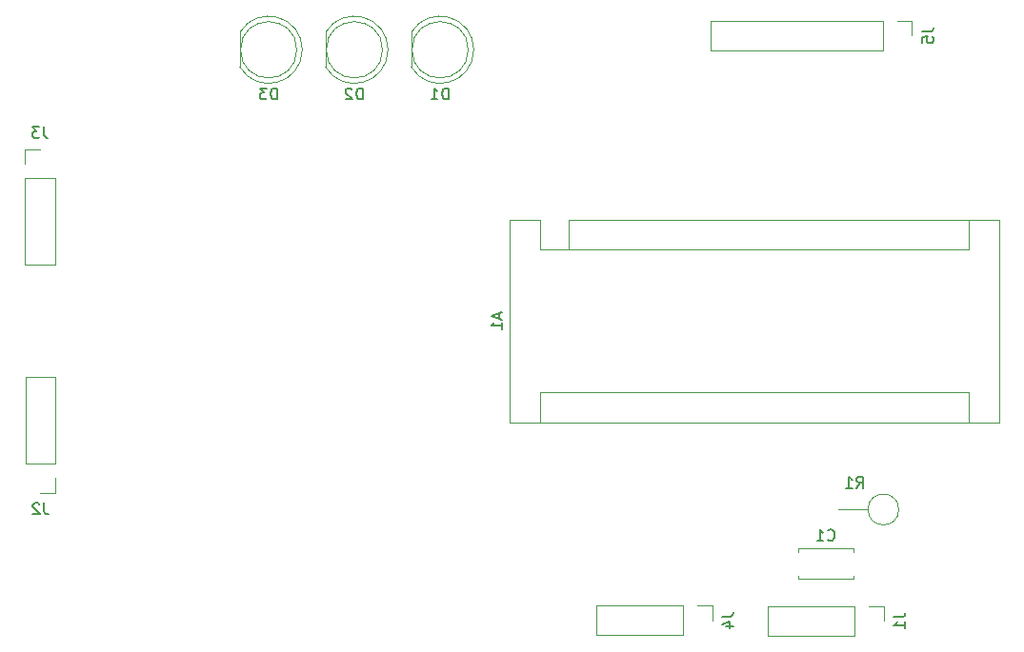
<source format=gbo>
%TF.GenerationSoftware,KiCad,Pcbnew,6.0.5-a6ca702e91~116~ubuntu20.04.1*%
%TF.CreationDate,2022-05-18T10:56:59+02:00*%
%TF.ProjectId,StationMeteo,53746174-696f-46e4-9d65-74656f2e6b69,rev?*%
%TF.SameCoordinates,PX21e9a40PY196f3b0*%
%TF.FileFunction,Legend,Bot*%
%TF.FilePolarity,Positive*%
%FSLAX46Y46*%
G04 Gerber Fmt 4.6, Leading zero omitted, Abs format (unit mm)*
G04 Created by KiCad (PCBNEW 6.0.5-a6ca702e91~116~ubuntu20.04.1) date 2022-05-18 10:56:59*
%MOMM*%
%LPD*%
G01*
G04 APERTURE LIST*
%ADD10C,0.150000*%
%ADD11C,0.120000*%
%ADD12C,3.500000*%
%ADD13R,1.700000X1.700000*%
%ADD14O,1.700000X1.700000*%
%ADD15R,1.800000X1.800000*%
%ADD16C,1.800000*%
%ADD17C,1.600000*%
%ADD18O,1.600000X1.600000*%
%ADD19R,1.600000X1.600000*%
G04 APERTURE END LIST*
D10*
%TO.C,J5*%
X87292380Y-3476666D02*
X88006666Y-3476666D01*
X88149523Y-3429047D01*
X88244761Y-3333809D01*
X88292380Y-3190952D01*
X88292380Y-3095714D01*
X87292380Y-4429047D02*
X87292380Y-3952857D01*
X87768571Y-3905238D01*
X87720952Y-3952857D01*
X87673333Y-4048095D01*
X87673333Y-4286190D01*
X87720952Y-4381428D01*
X87768571Y-4429047D01*
X87863809Y-4476666D01*
X88101904Y-4476666D01*
X88197142Y-4429047D01*
X88244761Y-4381428D01*
X88292380Y-4286190D01*
X88292380Y-4048095D01*
X88244761Y-3952857D01*
X88197142Y-3905238D01*
%TO.C,D2*%
X37568095Y-9492380D02*
X37568095Y-8492380D01*
X37330000Y-8492380D01*
X37187142Y-8540000D01*
X37091904Y-8635238D01*
X37044285Y-8730476D01*
X36996666Y-8920952D01*
X36996666Y-9063809D01*
X37044285Y-9254285D01*
X37091904Y-9349523D01*
X37187142Y-9444761D01*
X37330000Y-9492380D01*
X37568095Y-9492380D01*
X36615714Y-8587619D02*
X36568095Y-8540000D01*
X36472857Y-8492380D01*
X36234761Y-8492380D01*
X36139523Y-8540000D01*
X36091904Y-8587619D01*
X36044285Y-8682857D01*
X36044285Y-8778095D01*
X36091904Y-8920952D01*
X36663333Y-9492380D01*
X36044285Y-9492380D01*
%TO.C,R1*%
X81475666Y-44056380D02*
X81809000Y-43580190D01*
X82047095Y-44056380D02*
X82047095Y-43056380D01*
X81666142Y-43056380D01*
X81570904Y-43104000D01*
X81523285Y-43151619D01*
X81475666Y-43246857D01*
X81475666Y-43389714D01*
X81523285Y-43484952D01*
X81570904Y-43532571D01*
X81666142Y-43580190D01*
X82047095Y-43580190D01*
X80523285Y-44056380D02*
X81094714Y-44056380D01*
X80809000Y-44056380D02*
X80809000Y-43056380D01*
X80904238Y-43199238D01*
X80999476Y-43294476D01*
X81094714Y-43342095D01*
%TO.C,A1*%
X49696666Y-28505714D02*
X49696666Y-28981904D01*
X49982380Y-28410476D02*
X48982380Y-28743809D01*
X49982380Y-29077142D01*
X49982380Y-29934285D02*
X49982380Y-29362857D01*
X49982380Y-29648571D02*
X48982380Y-29648571D01*
X49125238Y-29553333D01*
X49220476Y-29458095D01*
X49268095Y-29362857D01*
%TO.C,D3*%
X29948095Y-9492380D02*
X29948095Y-8492380D01*
X29710000Y-8492380D01*
X29567142Y-8540000D01*
X29471904Y-8635238D01*
X29424285Y-8730476D01*
X29376666Y-8920952D01*
X29376666Y-9063809D01*
X29424285Y-9254285D01*
X29471904Y-9349523D01*
X29567142Y-9444761D01*
X29710000Y-9492380D01*
X29948095Y-9492380D01*
X29043333Y-8492380D02*
X28424285Y-8492380D01*
X28757619Y-8873333D01*
X28614761Y-8873333D01*
X28519523Y-8920952D01*
X28471904Y-8968571D01*
X28424285Y-9063809D01*
X28424285Y-9301904D01*
X28471904Y-9397142D01*
X28519523Y-9444761D01*
X28614761Y-9492380D01*
X28900476Y-9492380D01*
X28995714Y-9444761D01*
X29043333Y-9397142D01*
%TO.C,J3*%
X9223333Y-11922380D02*
X9223333Y-12636666D01*
X9270952Y-12779523D01*
X9366190Y-12874761D01*
X9509047Y-12922380D01*
X9604285Y-12922380D01*
X8842380Y-11922380D02*
X8223333Y-11922380D01*
X8556666Y-12303333D01*
X8413809Y-12303333D01*
X8318571Y-12350952D01*
X8270952Y-12398571D01*
X8223333Y-12493809D01*
X8223333Y-12731904D01*
X8270952Y-12827142D01*
X8318571Y-12874761D01*
X8413809Y-12922380D01*
X8699523Y-12922380D01*
X8794761Y-12874761D01*
X8842380Y-12827142D01*
%TO.C,J1*%
X84772380Y-55546666D02*
X85486666Y-55546666D01*
X85629523Y-55499047D01*
X85724761Y-55403809D01*
X85772380Y-55260952D01*
X85772380Y-55165714D01*
X85772380Y-56546666D02*
X85772380Y-55975238D01*
X85772380Y-56260952D02*
X84772380Y-56260952D01*
X84915238Y-56165714D01*
X85010476Y-56070476D01*
X85058095Y-55975238D01*
%TO.C,C1*%
X78906666Y-48657142D02*
X78954285Y-48704761D01*
X79097142Y-48752380D01*
X79192380Y-48752380D01*
X79335238Y-48704761D01*
X79430476Y-48609523D01*
X79478095Y-48514285D01*
X79525714Y-48323809D01*
X79525714Y-48180952D01*
X79478095Y-47990476D01*
X79430476Y-47895238D01*
X79335238Y-47800000D01*
X79192380Y-47752380D01*
X79097142Y-47752380D01*
X78954285Y-47800000D01*
X78906666Y-47847619D01*
X77954285Y-48752380D02*
X78525714Y-48752380D01*
X78240000Y-48752380D02*
X78240000Y-47752380D01*
X78335238Y-47895238D01*
X78430476Y-47990476D01*
X78525714Y-48038095D01*
%TO.C,J2*%
X9248333Y-45392380D02*
X9248333Y-46106666D01*
X9295952Y-46249523D01*
X9391190Y-46344761D01*
X9534047Y-46392380D01*
X9629285Y-46392380D01*
X8819761Y-45487619D02*
X8772142Y-45440000D01*
X8676904Y-45392380D01*
X8438809Y-45392380D01*
X8343571Y-45440000D01*
X8295952Y-45487619D01*
X8248333Y-45582857D01*
X8248333Y-45678095D01*
X8295952Y-45820952D01*
X8867380Y-46392380D01*
X8248333Y-46392380D01*
%TO.C,J4*%
X69522380Y-55496666D02*
X70236666Y-55496666D01*
X70379523Y-55449047D01*
X70474761Y-55353809D01*
X70522380Y-55210952D01*
X70522380Y-55115714D01*
X69855714Y-56401428D02*
X70522380Y-56401428D01*
X69474761Y-56163333D02*
X70189047Y-55925238D01*
X70189047Y-56544285D01*
%TO.C,D1*%
X45188095Y-9492380D02*
X45188095Y-8492380D01*
X44950000Y-8492380D01*
X44807142Y-8540000D01*
X44711904Y-8635238D01*
X44664285Y-8730476D01*
X44616666Y-8920952D01*
X44616666Y-9063809D01*
X44664285Y-9254285D01*
X44711904Y-9349523D01*
X44807142Y-9444761D01*
X44950000Y-9492380D01*
X45188095Y-9492380D01*
X43664285Y-9492380D02*
X44235714Y-9492380D01*
X43950000Y-9492380D02*
X43950000Y-8492380D01*
X44045238Y-8635238D01*
X44140476Y-8730476D01*
X44235714Y-8778095D01*
D11*
%TO.C,J5*%
X68500000Y-5140000D02*
X68500000Y-2480000D01*
X86400000Y-3810000D02*
X86400000Y-2480000D01*
X83800000Y-5140000D02*
X83800000Y-2480000D01*
X83800000Y-5140000D02*
X68500000Y-5140000D01*
X83800000Y-2480000D02*
X68500000Y-2480000D01*
X86400000Y-2480000D02*
X85070000Y-2480000D01*
%TO.C,D2*%
X34270000Y-6625000D02*
X34270000Y-3535000D01*
X34270000Y-6624830D02*
G75*
G03*
X39820000Y-5079538I2560000J1544830D01*
G01*
X39820000Y-5080462D02*
G75*
G03*
X34270000Y-3535170I-2990000J462D01*
G01*
X39330000Y-5080000D02*
G75*
G03*
X39330000Y-5080000I-2500000J0D01*
G01*
%TO.C,R1*%
X82479000Y-45974000D02*
X79869000Y-45974000D01*
X85219000Y-45974000D02*
G75*
G03*
X85219000Y-45974000I-1370000J0D01*
G01*
%TO.C,A1*%
X53340000Y-35570000D02*
X53340000Y-38240000D01*
X91440000Y-22870000D02*
X91440000Y-20200000D01*
X53340000Y-35570000D02*
X91440000Y-35570000D01*
X55880000Y-22870000D02*
X53340000Y-22870000D01*
X55880000Y-22870000D02*
X55880000Y-20200000D01*
X94110000Y-38240000D02*
X50670000Y-38240000D01*
X55880000Y-20200000D02*
X94110000Y-20200000D01*
X91440000Y-35570000D02*
X91440000Y-38240000D01*
X94110000Y-20200000D02*
X94110000Y-38240000D01*
X53340000Y-22870000D02*
X53340000Y-20200000D01*
X55880000Y-22870000D02*
X91440000Y-22870000D01*
X50670000Y-20200000D02*
X53340000Y-20200000D01*
X50670000Y-38240000D02*
X50670000Y-20200000D01*
%TO.C,D3*%
X26650000Y-6625000D02*
X26650000Y-3535000D01*
X26650000Y-6624830D02*
G75*
G03*
X32200000Y-5079538I2560000J1544830D01*
G01*
X32200000Y-5080462D02*
G75*
G03*
X26650000Y-3535170I-2990000J462D01*
G01*
X31710000Y-5080000D02*
G75*
G03*
X31710000Y-5080000I-2500000J0D01*
G01*
%TO.C,J3*%
X10220000Y-16510000D02*
X10220000Y-24190000D01*
X7560000Y-13910000D02*
X7560000Y-15240000D01*
X10220000Y-24190000D02*
X7560000Y-24190000D01*
X8890000Y-13910000D02*
X7560000Y-13910000D01*
X7560000Y-16510000D02*
X7560000Y-24190000D01*
X10220000Y-16510000D02*
X7560000Y-16510000D01*
%TO.C,J1*%
X83880000Y-55880000D02*
X83880000Y-54550000D01*
X83880000Y-54550000D02*
X82550000Y-54550000D01*
X81280000Y-54550000D02*
X73600000Y-54550000D01*
X81280000Y-57210000D02*
X81280000Y-54550000D01*
X73600000Y-57210000D02*
X73600000Y-54550000D01*
X81280000Y-57210000D02*
X73600000Y-57210000D01*
%TO.C,C1*%
X81210000Y-49430000D02*
X81210000Y-49745000D01*
X76270000Y-49430000D02*
X76270000Y-49745000D01*
X81210000Y-49430000D02*
X76270000Y-49430000D01*
X81210000Y-51855000D02*
X81210000Y-52170000D01*
X81210000Y-52170000D02*
X76270000Y-52170000D01*
X76270000Y-51855000D02*
X76270000Y-52170000D01*
%TO.C,J2*%
X8915000Y-44500000D02*
X10245000Y-44500000D01*
X10245000Y-41900000D02*
X10245000Y-34220000D01*
X7585000Y-41900000D02*
X10245000Y-41900000D01*
X7585000Y-41900000D02*
X7585000Y-34220000D01*
X7585000Y-34220000D02*
X10245000Y-34220000D01*
X10245000Y-44500000D02*
X10245000Y-43170000D01*
%TO.C,J4*%
X66030000Y-57160000D02*
X66030000Y-54500000D01*
X58350000Y-57160000D02*
X58350000Y-54500000D01*
X66030000Y-57160000D02*
X58350000Y-57160000D01*
X68630000Y-55830000D02*
X68630000Y-54500000D01*
X68630000Y-54500000D02*
X67300000Y-54500000D01*
X66030000Y-54500000D02*
X58350000Y-54500000D01*
%TO.C,D1*%
X41890000Y-6625000D02*
X41890000Y-3535000D01*
X47440000Y-5080462D02*
G75*
G03*
X41890000Y-3535170I-2990000J462D01*
G01*
X41890000Y-6624830D02*
G75*
G03*
X47440000Y-5079538I2560000J1544830D01*
G01*
X46950000Y-5080000D02*
G75*
G03*
X46950000Y-5080000I-2500000J0D01*
G01*
%TD*%
%LPC*%
D12*
%TO.C,REF\u002A\u002A*%
X95681800Y-56845200D03*
%TD*%
%TO.C,REF\u002A\u002A*%
X2413000Y-2286000D03*
%TD*%
%TO.C,REF\u002A\u002A*%
X95632288Y-2159000D03*
%TD*%
%TO.C,REF\u002A\u002A*%
X2514600Y-56616600D03*
%TD*%
D13*
%TO.C,J5*%
X85070000Y-3810000D03*
D14*
X82530000Y-3810000D03*
X79990000Y-3810000D03*
X77450000Y-3810000D03*
X74910000Y-3810000D03*
X72370000Y-3810000D03*
X69830000Y-3810000D03*
%TD*%
D15*
%TO.C,D2*%
X35560000Y-5080000D03*
D16*
X38100000Y-5080000D03*
%TD*%
D17*
%TO.C,R1*%
X83849000Y-45974000D03*
D18*
X78769000Y-45974000D03*
%TD*%
D19*
%TO.C,A1*%
X54610000Y-21600000D03*
D18*
X57150000Y-21600000D03*
X59690000Y-21600000D03*
X62230000Y-21600000D03*
X64770000Y-21600000D03*
X67310000Y-21600000D03*
X69850000Y-21600000D03*
X72390000Y-21600000D03*
X74930000Y-21600000D03*
X77470000Y-21600000D03*
X80010000Y-21600000D03*
X82550000Y-21600000D03*
X85090000Y-21600000D03*
X87630000Y-21600000D03*
X90170000Y-21600000D03*
X90170000Y-36840000D03*
X87630000Y-36840000D03*
X85090000Y-36840000D03*
X82550000Y-36840000D03*
X80010000Y-36840000D03*
X77470000Y-36840000D03*
X74930000Y-36840000D03*
X72390000Y-36840000D03*
X69850000Y-36840000D03*
X67310000Y-36840000D03*
X64770000Y-36840000D03*
X62230000Y-36840000D03*
X59690000Y-36840000D03*
X57150000Y-36840000D03*
X54610000Y-36840000D03*
%TD*%
D15*
%TO.C,D3*%
X27940000Y-5080000D03*
D16*
X30480000Y-5080000D03*
%TD*%
D13*
%TO.C,J3*%
X8890000Y-15240000D03*
D14*
X8890000Y-17780000D03*
X8890000Y-20320000D03*
X8890000Y-22860000D03*
%TD*%
D13*
%TO.C,J1*%
X82550000Y-55880000D03*
D14*
X80010000Y-55880000D03*
X77470000Y-55880000D03*
X74930000Y-55880000D03*
%TD*%
D17*
%TO.C,C1*%
X81240000Y-50800000D03*
X76240000Y-50800000D03*
%TD*%
D13*
%TO.C,J2*%
X8915000Y-43170000D03*
D14*
X8915000Y-40630000D03*
X8915000Y-38090000D03*
X8915000Y-35550000D03*
%TD*%
D13*
%TO.C,J4*%
X67300000Y-55830000D03*
D14*
X64760000Y-55830000D03*
X62220000Y-55830000D03*
X59680000Y-55830000D03*
%TD*%
D15*
%TO.C,D1*%
X43180000Y-5080000D03*
D16*
X45720000Y-5080000D03*
%TD*%
M02*

</source>
